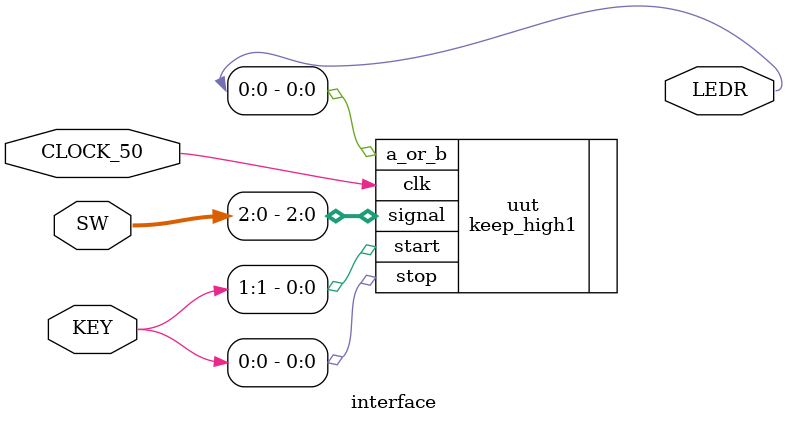
<source format=v>
module interface (CLOCK_50,SW,LEDR,KEY);

input CLOCK_50;
input [3:0]KEY;
input [17:0]SW;
output [17:0]LEDR;
 //keep_high1 uut(CLOCK_50,KEY1,KEY0,SW,LEDR[0]);
 keep_high1 uut(.clk(CLOCK_50),
				.start(KEY[1]),
				.stop(KEY[0]),
				.signal(SW[2:0]),
				.a_or_b(LEDR[0]));
endmodule
</source>
